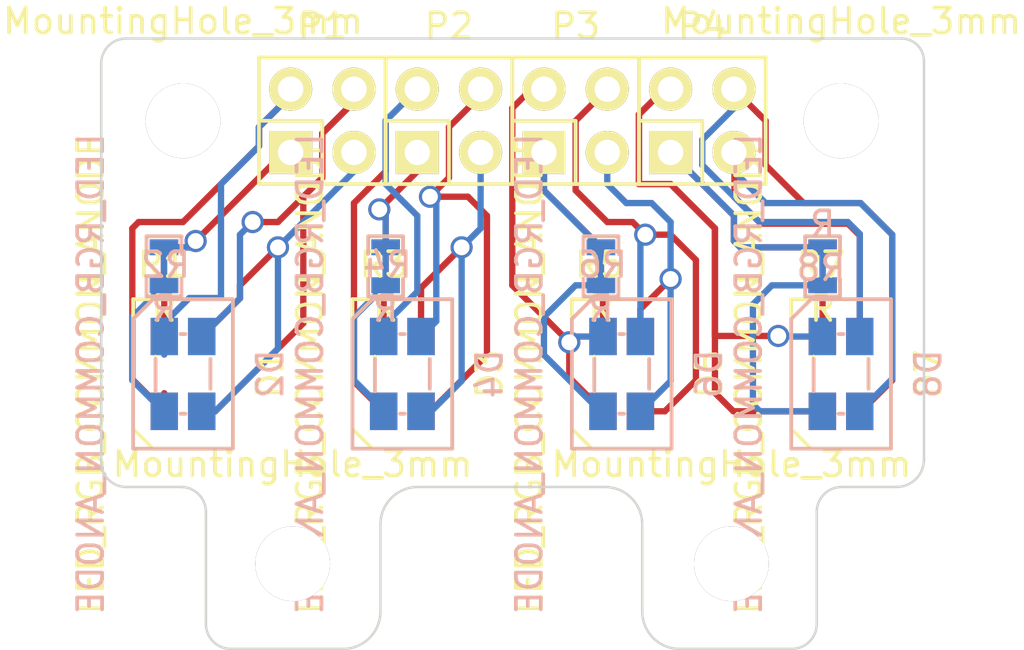
<source format=kicad_pcb>
(kicad_pcb (version 4) (host pcbnew "(2015-01-08 BZR 5360)-product")

  (general
    (links 48)
    (no_connects 0)
    (area 49.552143 58.0665 97.162966 87.05626)
    (thickness 1.6)
    (drawings 24)
    (tracks 231)
    (zones 0)
    (modules 24)
    (nets 17)
  )

  (page A4)
  (layers
    (0 F.Cu signal)
    (31 B.Cu signal)
    (32 B.Adhes user)
    (33 F.Adhes user)
    (34 B.Paste user)
    (35 F.Paste user)
    (36 B.SilkS user)
    (37 F.SilkS user)
    (38 B.Mask user)
    (39 F.Mask user)
    (40 Dwgs.User user)
    (41 Cmts.User user)
    (42 Eco1.User user)
    (43 Eco2.User user)
    (44 Edge.Cuts user)
    (45 Margin user)
    (46 B.CrtYd user)
    (47 F.CrtYd user)
    (48 B.Fab user)
    (49 F.Fab user)
  )

  (setup
    (last_trace_width 0.254)
    (trace_clearance 0.254)
    (zone_clearance 0.508)
    (zone_45_only no)
    (trace_min 0.254)
    (segment_width 0.2)
    (edge_width 0.1)
    (via_size 0.889)
    (via_drill 0.635)
    (via_min_size 0.889)
    (via_min_drill 0.508)
    (uvia_size 0.508)
    (uvia_drill 0.127)
    (uvias_allowed no)
    (uvia_min_size 0.508)
    (uvia_min_drill 0.127)
    (pcb_text_width 0.3)
    (pcb_text_size 1.5 1.5)
    (mod_edge_width 0.15)
    (mod_text_size 1 1)
    (mod_text_width 0.15)
    (pad_size 1.5 1.5)
    (pad_drill 0.6)
    (pad_to_mask_clearance 0)
    (aux_axis_origin 0 0)
    (grid_origin 59.944 59.944)
    (visible_elements FFFCFF7F)
    (pcbplotparams
      (layerselection 0x010f0_80000001)
      (usegerberextensions true)
      (excludeedgelayer false)
      (linewidth 0.100000)
      (plotframeref false)
      (viasonmask false)
      (mode 1)
      (useauxorigin false)
      (hpglpennumber 1)
      (hpglpenspeed 20)
      (hpglpendiameter 15)
      (hpglpenoverlay 2)
      (psnegative false)
      (psa4output false)
      (plotreference false)
      (plotvalue false)
      (plotinvisibletext false)
      (padsonsilk false)
      (subtractmaskfromsilk false)
      (outputformat 1)
      (mirror false)
      (drillshape 0)
      (scaleselection 1)
      (outputdirectory out/gerbers))
  )

  (net 0 "")
  (net 1 "Net-(D1-Pad1)")
  (net 2 "Net-(D1-Pad2)")
  (net 3 "Net-(D1-Pad3)")
  (net 4 "Net-(D1-Pad4)")
  (net 5 "Net-(D3-Pad1)")
  (net 6 "Net-(D3-Pad2)")
  (net 7 "Net-(D3-Pad3)")
  (net 8 "Net-(D3-Pad4)")
  (net 9 "Net-(D5-Pad1)")
  (net 10 "Net-(D5-Pad2)")
  (net 11 "Net-(D5-Pad3)")
  (net 12 "Net-(D5-Pad4)")
  (net 13 "Net-(D7-Pad1)")
  (net 14 "Net-(D7-Pad2)")
  (net 15 "Net-(D7-Pad3)")
  (net 16 "Net-(D7-Pad4)")

  (net_class Default "This is the default net class."
    (clearance 0.254)
    (trace_width 0.254)
    (via_dia 0.889)
    (via_drill 0.635)
    (uvia_dia 0.508)
    (uvia_drill 0.127)
    (add_net "Net-(D1-Pad1)")
    (add_net "Net-(D1-Pad2)")
    (add_net "Net-(D1-Pad3)")
    (add_net "Net-(D1-Pad4)")
    (add_net "Net-(D3-Pad1)")
    (add_net "Net-(D3-Pad2)")
    (add_net "Net-(D3-Pad3)")
    (add_net "Net-(D3-Pad4)")
    (add_net "Net-(D5-Pad1)")
    (add_net "Net-(D5-Pad2)")
    (add_net "Net-(D5-Pad3)")
    (add_net "Net-(D5-Pad4)")
    (add_net "Net-(D7-Pad1)")
    (add_net "Net-(D7-Pad2)")
    (add_net "Net-(D7-Pad3)")
    (add_net "Net-(D7-Pad4)")
  )

  (module Pin_Headers:Pin_Header_Straight_2x02 (layer F.Cu) (tedit 54CECF09) (tstamp 54D00A96)
    (at 68.812 63.246)
    (descr "Through hole pin header")
    (tags "pin header")
    (path /54CEBF0F)
    (fp_text reference P1 (at 0 -3.81) (layer F.SilkS)
      (effects (font (size 1 1) (thickness 0.15)))
    )
    (fp_text value CONN_2X2 (at 0 0) (layer F.SilkS) hide
      (effects (font (size 1 1) (thickness 0.15)))
    )
    (fp_line (start -2.54 0) (end -2.54 2.54) (layer F.SilkS) (width 0.15))
    (fp_line (start -2.54 2.54) (end 0 2.54) (layer F.SilkS) (width 0.15))
    (fp_line (start 0 2.54) (end 0 0) (layer F.SilkS) (width 0.15))
    (fp_line (start 0 0) (end -2.54 0) (layer F.SilkS) (width 0.15))
    (fp_line (start -2.54 0) (end -2.54 -2.54) (layer F.SilkS) (width 0.15))
    (fp_line (start -2.54 -2.54) (end 2.54 -2.54) (layer F.SilkS) (width 0.15))
    (fp_line (start 2.54 -2.54) (end 2.54 2.54) (layer F.SilkS) (width 0.15))
    (fp_line (start 2.54 2.54) (end 0 2.54) (layer F.SilkS) (width 0.15))
    (pad 1 thru_hole rect (at -1.27 1.27) (size 1.7272 1.7272) (drill 1.016) (layers *.Cu *.Mask F.SilkS)
      (net 4 "Net-(D1-Pad4)"))
    (pad 2 thru_hole oval (at -1.27 -1.27) (size 1.7272 1.7272) (drill 1.016) (layers *.Cu *.Mask F.SilkS)
      (net 1 "Net-(D1-Pad1)"))
    (pad 3 thru_hole oval (at 1.27 1.27) (size 1.7272 1.7272) (drill 1.016) (layers *.Cu *.Mask F.SilkS)
      (net 3 "Net-(D1-Pad3)"))
    (pad 4 thru_hole oval (at 1.27 -1.27) (size 1.7272 1.7272) (drill 1.016) (layers *.Cu *.Mask F.SilkS)
      (net 2 "Net-(D1-Pad2)"))
    (model Pin_Headers/Pin_Header_Straight_2x02.wrl
      (at (xyz 0 0 0))
      (scale (xyz 1 1 1))
      (rotate (xyz 0 0 0))
    )
  )

  (module Pin_Headers:Pin_Header_Straight_2x02 (layer F.Cu) (tedit 54CECF09) (tstamp 54D00AA6)
    (at 73.892 63.246)
    (descr "Through hole pin header")
    (tags "pin header")
    (path /54CECBF8)
    (fp_text reference P2 (at 0 -3.81) (layer F.SilkS)
      (effects (font (size 1 1) (thickness 0.15)))
    )
    (fp_text value CONN_2X2 (at 0 0) (layer F.SilkS) hide
      (effects (font (size 1 1) (thickness 0.15)))
    )
    (fp_line (start -2.54 0) (end -2.54 2.54) (layer F.SilkS) (width 0.15))
    (fp_line (start -2.54 2.54) (end 0 2.54) (layer F.SilkS) (width 0.15))
    (fp_line (start 0 2.54) (end 0 0) (layer F.SilkS) (width 0.15))
    (fp_line (start 0 0) (end -2.54 0) (layer F.SilkS) (width 0.15))
    (fp_line (start -2.54 0) (end -2.54 -2.54) (layer F.SilkS) (width 0.15))
    (fp_line (start -2.54 -2.54) (end 2.54 -2.54) (layer F.SilkS) (width 0.15))
    (fp_line (start 2.54 -2.54) (end 2.54 2.54) (layer F.SilkS) (width 0.15))
    (fp_line (start 2.54 2.54) (end 0 2.54) (layer F.SilkS) (width 0.15))
    (pad 1 thru_hole rect (at -1.27 1.27) (size 1.7272 1.7272) (drill 1.016) (layers *.Cu *.Mask F.SilkS)
      (net 8 "Net-(D3-Pad4)"))
    (pad 2 thru_hole oval (at -1.27 -1.27) (size 1.7272 1.7272) (drill 1.016) (layers *.Cu *.Mask F.SilkS)
      (net 5 "Net-(D3-Pad1)"))
    (pad 3 thru_hole oval (at 1.27 1.27) (size 1.7272 1.7272) (drill 1.016) (layers *.Cu *.Mask F.SilkS)
      (net 7 "Net-(D3-Pad3)"))
    (pad 4 thru_hole oval (at 1.27 -1.27) (size 1.7272 1.7272) (drill 1.016) (layers *.Cu *.Mask F.SilkS)
      (net 6 "Net-(D3-Pad2)"))
    (model Pin_Headers/Pin_Header_Straight_2x02.wrl
      (at (xyz 0 0 0))
      (scale (xyz 1 1 1))
      (rotate (xyz 0 0 0))
    )
  )

  (module Pin_Headers:Pin_Header_Straight_2x02 (layer F.Cu) (tedit 54CECF09) (tstamp 54D00AB6)
    (at 78.972 63.246)
    (descr "Through hole pin header")
    (tags "pin header")
    (path /54CECE53)
    (fp_text reference P3 (at 0 -3.81) (layer F.SilkS)
      (effects (font (size 1 1) (thickness 0.15)))
    )
    (fp_text value CONN_2X2 (at 0 0) (layer F.SilkS) hide
      (effects (font (size 1 1) (thickness 0.15)))
    )
    (fp_line (start -2.54 0) (end -2.54 2.54) (layer F.SilkS) (width 0.15))
    (fp_line (start -2.54 2.54) (end 0 2.54) (layer F.SilkS) (width 0.15))
    (fp_line (start 0 2.54) (end 0 0) (layer F.SilkS) (width 0.15))
    (fp_line (start 0 0) (end -2.54 0) (layer F.SilkS) (width 0.15))
    (fp_line (start -2.54 0) (end -2.54 -2.54) (layer F.SilkS) (width 0.15))
    (fp_line (start -2.54 -2.54) (end 2.54 -2.54) (layer F.SilkS) (width 0.15))
    (fp_line (start 2.54 -2.54) (end 2.54 2.54) (layer F.SilkS) (width 0.15))
    (fp_line (start 2.54 2.54) (end 0 2.54) (layer F.SilkS) (width 0.15))
    (pad 1 thru_hole rect (at -1.27 1.27) (size 1.7272 1.7272) (drill 1.016) (layers *.Cu *.Mask F.SilkS)
      (net 12 "Net-(D5-Pad4)"))
    (pad 2 thru_hole oval (at -1.27 -1.27) (size 1.7272 1.7272) (drill 1.016) (layers *.Cu *.Mask F.SilkS)
      (net 9 "Net-(D5-Pad1)"))
    (pad 3 thru_hole oval (at 1.27 1.27) (size 1.7272 1.7272) (drill 1.016) (layers *.Cu *.Mask F.SilkS)
      (net 11 "Net-(D5-Pad3)"))
    (pad 4 thru_hole oval (at 1.27 -1.27) (size 1.7272 1.7272) (drill 1.016) (layers *.Cu *.Mask F.SilkS)
      (net 10 "Net-(D5-Pad2)"))
    (model Pin_Headers/Pin_Header_Straight_2x02.wrl
      (at (xyz 0 0 0))
      (scale (xyz 1 1 1))
      (rotate (xyz 0 0 0))
    )
  )

  (module Pin_Headers:Pin_Header_Straight_2x02 (layer F.Cu) (tedit 54CECF09) (tstamp 54D00AC6)
    (at 84.052 63.246)
    (descr "Through hole pin header")
    (tags "pin header")
    (path /54CECE8C)
    (fp_text reference P4 (at 0 -3.81) (layer F.SilkS)
      (effects (font (size 1 1) (thickness 0.15)))
    )
    (fp_text value CONN_2X2 (at 0 0) (layer F.SilkS) hide
      (effects (font (size 1 1) (thickness 0.15)))
    )
    (fp_line (start -2.54 0) (end -2.54 2.54) (layer F.SilkS) (width 0.15))
    (fp_line (start -2.54 2.54) (end 0 2.54) (layer F.SilkS) (width 0.15))
    (fp_line (start 0 2.54) (end 0 0) (layer F.SilkS) (width 0.15))
    (fp_line (start 0 0) (end -2.54 0) (layer F.SilkS) (width 0.15))
    (fp_line (start -2.54 0) (end -2.54 -2.54) (layer F.SilkS) (width 0.15))
    (fp_line (start -2.54 -2.54) (end 2.54 -2.54) (layer F.SilkS) (width 0.15))
    (fp_line (start 2.54 -2.54) (end 2.54 2.54) (layer F.SilkS) (width 0.15))
    (fp_line (start 2.54 2.54) (end 0 2.54) (layer F.SilkS) (width 0.15))
    (pad 1 thru_hole rect (at -1.27 1.27) (size 1.7272 1.7272) (drill 1.016) (layers *.Cu *.Mask F.SilkS)
      (net 16 "Net-(D7-Pad4)"))
    (pad 2 thru_hole oval (at -1.27 -1.27) (size 1.7272 1.7272) (drill 1.016) (layers *.Cu *.Mask F.SilkS)
      (net 13 "Net-(D7-Pad1)"))
    (pad 3 thru_hole oval (at 1.27 1.27) (size 1.7272 1.7272) (drill 1.016) (layers *.Cu *.Mask F.SilkS)
      (net 15 "Net-(D7-Pad3)"))
    (pad 4 thru_hole oval (at 1.27 -1.27) (size 1.7272 1.7272) (drill 1.016) (layers *.Cu *.Mask F.SilkS)
      (net 14 "Net-(D7-Pad2)"))
    (model Pin_Headers/Pin_Header_Straight_2x02.wrl
      (at (xyz 0 0 0))
      (scale (xyz 1 1 1))
      (rotate (xyz 0 0 0))
    )
  )

  (module SMD_Packages:SMD-0603_r (layer F.Cu) (tedit 54CEC4EB) (tstamp 54D00AD2)
    (at 62.462 69.088 90)
    (path /54CEBC2A)
    (attr smd)
    (fp_text reference R1 (at 0.0635 -0.0635 180) (layer F.SilkS)
      (effects (font (size 1 1) (thickness 0.15)))
    )
    (fp_text value R (at -1.69926 0 180) (layer F.SilkS)
      (effects (font (size 1 1) (thickness 0.15)))
    )
    (fp_line (start -0.50038 -0.6985) (end -1.2065 -0.6985) (layer F.SilkS) (width 0.15))
    (fp_line (start -1.2065 -0.6985) (end -1.2065 0.6985) (layer F.SilkS) (width 0.15))
    (fp_line (start -1.2065 0.6985) (end -0.50038 0.6985) (layer F.SilkS) (width 0.15))
    (fp_line (start 1.2065 -0.6985) (end 0.50038 -0.6985) (layer F.SilkS) (width 0.15))
    (fp_line (start 1.2065 -0.6985) (end 1.2065 0.6985) (layer F.SilkS) (width 0.15))
    (fp_line (start 1.2065 0.6985) (end 0.50038 0.6985) (layer F.SilkS) (width 0.15))
    (pad 1 smd rect (at -0.762 0 90) (size 0.635 1.143) (layers F.Cu F.Paste F.Mask)
      (net 4 "Net-(D1-Pad4)"))
    (pad 2 smd rect (at 0.762 0 90) (size 0.635 1.143) (layers F.Cu F.Paste F.Mask)
      (net 4 "Net-(D1-Pad4)"))
    (model SMD_Packages/SMD-0603_r.wrl
      (at (xyz 0 0 0.001))
      (scale (xyz 0.5 0.5 0.5))
      (rotate (xyz 0 0 0))
    )
  )

  (module SMD_Packages:SMD-0603_r (layer B.Cu) (tedit 54CEC4EB) (tstamp 54D00ADE)
    (at 62.462 69.088 90)
    (path /54CEA587)
    (attr smd)
    (fp_text reference R2 (at 0.0635 0.0635 360) (layer B.SilkS)
      (effects (font (size 1 1) (thickness 0.15)) (justify mirror))
    )
    (fp_text value R (at -1.69926 0 360) (layer B.SilkS)
      (effects (font (size 1 1) (thickness 0.15)) (justify mirror))
    )
    (fp_line (start -0.50038 0.6985) (end -1.2065 0.6985) (layer B.SilkS) (width 0.15))
    (fp_line (start -1.2065 0.6985) (end -1.2065 -0.6985) (layer B.SilkS) (width 0.15))
    (fp_line (start -1.2065 -0.6985) (end -0.50038 -0.6985) (layer B.SilkS) (width 0.15))
    (fp_line (start 1.2065 0.6985) (end 0.50038 0.6985) (layer B.SilkS) (width 0.15))
    (fp_line (start 1.2065 0.6985) (end 1.2065 -0.6985) (layer B.SilkS) (width 0.15))
    (fp_line (start 1.2065 -0.6985) (end 0.50038 -0.6985) (layer B.SilkS) (width 0.15))
    (pad 1 smd rect (at -0.762 0 90) (size 0.635 1.143) (layers B.Cu B.Paste B.Mask)
      (net 4 "Net-(D1-Pad4)"))
    (pad 2 smd rect (at 0.762 0 90) (size 0.635 1.143) (layers B.Cu B.Paste B.Mask)
      (net 4 "Net-(D1-Pad4)"))
    (model SMD_Packages/SMD-0603_r.wrl
      (at (xyz 0 0 0.001))
      (scale (xyz 0.5 0.5 0.5))
      (rotate (xyz 0 0 0))
    )
  )

  (module SMD_Packages:SMD-0603_r (layer F.Cu) (tedit 54CEC4EB) (tstamp 54D00AEA)
    (at 71.352 69.088 90)
    (path /54CECBEC)
    (attr smd)
    (fp_text reference R3 (at 0.0635 -0.0635 180) (layer F.SilkS)
      (effects (font (size 1 1) (thickness 0.15)))
    )
    (fp_text value R (at -1.69926 0 180) (layer F.SilkS)
      (effects (font (size 1 1) (thickness 0.15)))
    )
    (fp_line (start -0.50038 -0.6985) (end -1.2065 -0.6985) (layer F.SilkS) (width 0.15))
    (fp_line (start -1.2065 -0.6985) (end -1.2065 0.6985) (layer F.SilkS) (width 0.15))
    (fp_line (start -1.2065 0.6985) (end -0.50038 0.6985) (layer F.SilkS) (width 0.15))
    (fp_line (start 1.2065 -0.6985) (end 0.50038 -0.6985) (layer F.SilkS) (width 0.15))
    (fp_line (start 1.2065 -0.6985) (end 1.2065 0.6985) (layer F.SilkS) (width 0.15))
    (fp_line (start 1.2065 0.6985) (end 0.50038 0.6985) (layer F.SilkS) (width 0.15))
    (pad 1 smd rect (at -0.762 0 90) (size 0.635 1.143) (layers F.Cu F.Paste F.Mask)
      (net 8 "Net-(D3-Pad4)"))
    (pad 2 smd rect (at 0.762 0 90) (size 0.635 1.143) (layers F.Cu F.Paste F.Mask)
      (net 8 "Net-(D3-Pad4)"))
    (model SMD_Packages/SMD-0603_r.wrl
      (at (xyz 0 0 0.001))
      (scale (xyz 0.5 0.5 0.5))
      (rotate (xyz 0 0 0))
    )
  )

  (module SMD_Packages:SMD-0603_r (layer B.Cu) (tedit 54CEC4EB) (tstamp 54D00AF6)
    (at 71.352 69.088 90)
    (path /54CECBE0)
    (attr smd)
    (fp_text reference R4 (at 0.0635 0.0635 360) (layer B.SilkS)
      (effects (font (size 1 1) (thickness 0.15)) (justify mirror))
    )
    (fp_text value R (at -1.69926 0 360) (layer B.SilkS)
      (effects (font (size 1 1) (thickness 0.15)) (justify mirror))
    )
    (fp_line (start -0.50038 0.6985) (end -1.2065 0.6985) (layer B.SilkS) (width 0.15))
    (fp_line (start -1.2065 0.6985) (end -1.2065 -0.6985) (layer B.SilkS) (width 0.15))
    (fp_line (start -1.2065 -0.6985) (end -0.50038 -0.6985) (layer B.SilkS) (width 0.15))
    (fp_line (start 1.2065 0.6985) (end 0.50038 0.6985) (layer B.SilkS) (width 0.15))
    (fp_line (start 1.2065 0.6985) (end 1.2065 -0.6985) (layer B.SilkS) (width 0.15))
    (fp_line (start 1.2065 -0.6985) (end 0.50038 -0.6985) (layer B.SilkS) (width 0.15))
    (pad 1 smd rect (at -0.762 0 90) (size 0.635 1.143) (layers B.Cu B.Paste B.Mask)
      (net 8 "Net-(D3-Pad4)"))
    (pad 2 smd rect (at 0.762 0 90) (size 0.635 1.143) (layers B.Cu B.Paste B.Mask)
      (net 8 "Net-(D3-Pad4)"))
    (model SMD_Packages/SMD-0603_r.wrl
      (at (xyz 0 0 0.001))
      (scale (xyz 0.5 0.5 0.5))
      (rotate (xyz 0 0 0))
    )
  )

  (module SMD_Packages:SMD-0603_r (layer F.Cu) (tedit 54CEC4EB) (tstamp 54D00B02)
    (at 79.988 69.088 90)
    (path /54CECE47)
    (attr smd)
    (fp_text reference R5 (at 0.0635 -0.0635 180) (layer F.SilkS)
      (effects (font (size 1 1) (thickness 0.15)))
    )
    (fp_text value R (at -1.69926 0 180) (layer F.SilkS)
      (effects (font (size 1 1) (thickness 0.15)))
    )
    (fp_line (start -0.50038 -0.6985) (end -1.2065 -0.6985) (layer F.SilkS) (width 0.15))
    (fp_line (start -1.2065 -0.6985) (end -1.2065 0.6985) (layer F.SilkS) (width 0.15))
    (fp_line (start -1.2065 0.6985) (end -0.50038 0.6985) (layer F.SilkS) (width 0.15))
    (fp_line (start 1.2065 -0.6985) (end 0.50038 -0.6985) (layer F.SilkS) (width 0.15))
    (fp_line (start 1.2065 -0.6985) (end 1.2065 0.6985) (layer F.SilkS) (width 0.15))
    (fp_line (start 1.2065 0.6985) (end 0.50038 0.6985) (layer F.SilkS) (width 0.15))
    (pad 1 smd rect (at -0.762 0 90) (size 0.635 1.143) (layers F.Cu F.Paste F.Mask)
      (net 12 "Net-(D5-Pad4)"))
    (pad 2 smd rect (at 0.762 0 90) (size 0.635 1.143) (layers F.Cu F.Paste F.Mask)
      (net 12 "Net-(D5-Pad4)"))
    (model SMD_Packages/SMD-0603_r.wrl
      (at (xyz 0 0 0.001))
      (scale (xyz 0.5 0.5 0.5))
      (rotate (xyz 0 0 0))
    )
  )

  (module SMD_Packages:SMD-0603_r (layer B.Cu) (tedit 54CEC4EB) (tstamp 54D00B0E)
    (at 79.988 69.088 90)
    (path /54CECE3B)
    (attr smd)
    (fp_text reference R6 (at 0.0635 0.0635 360) (layer B.SilkS)
      (effects (font (size 1 1) (thickness 0.15)) (justify mirror))
    )
    (fp_text value R (at -1.69926 0 360) (layer B.SilkS)
      (effects (font (size 1 1) (thickness 0.15)) (justify mirror))
    )
    (fp_line (start -0.50038 0.6985) (end -1.2065 0.6985) (layer B.SilkS) (width 0.15))
    (fp_line (start -1.2065 0.6985) (end -1.2065 -0.6985) (layer B.SilkS) (width 0.15))
    (fp_line (start -1.2065 -0.6985) (end -0.50038 -0.6985) (layer B.SilkS) (width 0.15))
    (fp_line (start 1.2065 0.6985) (end 0.50038 0.6985) (layer B.SilkS) (width 0.15))
    (fp_line (start 1.2065 0.6985) (end 1.2065 -0.6985) (layer B.SilkS) (width 0.15))
    (fp_line (start 1.2065 -0.6985) (end 0.50038 -0.6985) (layer B.SilkS) (width 0.15))
    (pad 1 smd rect (at -0.762 0 90) (size 0.635 1.143) (layers B.Cu B.Paste B.Mask)
      (net 12 "Net-(D5-Pad4)"))
    (pad 2 smd rect (at 0.762 0 90) (size 0.635 1.143) (layers B.Cu B.Paste B.Mask)
      (net 12 "Net-(D5-Pad4)"))
    (model SMD_Packages/SMD-0603_r.wrl
      (at (xyz 0 0 0.001))
      (scale (xyz 0.5 0.5 0.5))
      (rotate (xyz 0 0 0))
    )
  )

  (module SMD_Packages:SMD-0603_r (layer F.Cu) (tedit 54CEC4EB) (tstamp 54D00B1A)
    (at 88.878 69.088 90)
    (path /54CECE80)
    (attr smd)
    (fp_text reference R7 (at 0.0635 -0.0635 180) (layer F.SilkS)
      (effects (font (size 1 1) (thickness 0.15)))
    )
    (fp_text value R (at -1.69926 0 180) (layer F.SilkS)
      (effects (font (size 1 1) (thickness 0.15)))
    )
    (fp_line (start -0.50038 -0.6985) (end -1.2065 -0.6985) (layer F.SilkS) (width 0.15))
    (fp_line (start -1.2065 -0.6985) (end -1.2065 0.6985) (layer F.SilkS) (width 0.15))
    (fp_line (start -1.2065 0.6985) (end -0.50038 0.6985) (layer F.SilkS) (width 0.15))
    (fp_line (start 1.2065 -0.6985) (end 0.50038 -0.6985) (layer F.SilkS) (width 0.15))
    (fp_line (start 1.2065 -0.6985) (end 1.2065 0.6985) (layer F.SilkS) (width 0.15))
    (fp_line (start 1.2065 0.6985) (end 0.50038 0.6985) (layer F.SilkS) (width 0.15))
    (pad 1 smd rect (at -0.762 0 90) (size 0.635 1.143) (layers F.Cu F.Paste F.Mask)
      (net 16 "Net-(D7-Pad4)"))
    (pad 2 smd rect (at 0.762 0 90) (size 0.635 1.143) (layers F.Cu F.Paste F.Mask)
      (net 16 "Net-(D7-Pad4)"))
    (model SMD_Packages/SMD-0603_r.wrl
      (at (xyz 0 0 0.001))
      (scale (xyz 0.5 0.5 0.5))
      (rotate (xyz 0 0 0))
    )
  )

  (module SMD_Packages:SMD-0603_r (layer B.Cu) (tedit 54CEC4EB) (tstamp 54D00B26)
    (at 88.878 69.088 270)
    (path /54CECE74)
    (attr smd)
    (fp_text reference R8 (at 0.0635 0.0635 540) (layer B.SilkS)
      (effects (font (size 1 1) (thickness 0.15)) (justify mirror))
    )
    (fp_text value R (at -1.69926 0 540) (layer B.SilkS)
      (effects (font (size 1 1) (thickness 0.15)) (justify mirror))
    )
    (fp_line (start -0.50038 0.6985) (end -1.2065 0.6985) (layer B.SilkS) (width 0.15))
    (fp_line (start -1.2065 0.6985) (end -1.2065 -0.6985) (layer B.SilkS) (width 0.15))
    (fp_line (start -1.2065 -0.6985) (end -0.50038 -0.6985) (layer B.SilkS) (width 0.15))
    (fp_line (start 1.2065 0.6985) (end 0.50038 0.6985) (layer B.SilkS) (width 0.15))
    (fp_line (start 1.2065 0.6985) (end 1.2065 -0.6985) (layer B.SilkS) (width 0.15))
    (fp_line (start 1.2065 -0.6985) (end 0.50038 -0.6985) (layer B.SilkS) (width 0.15))
    (pad 1 smd rect (at -0.762 0 270) (size 0.635 1.143) (layers B.Cu B.Paste B.Mask)
      (net 16 "Net-(D7-Pad4)"))
    (pad 2 smd rect (at 0.762 0 270) (size 0.635 1.143) (layers B.Cu B.Paste B.Mask)
      (net 16 "Net-(D7-Pad4)"))
    (model SMD_Packages/SMD-0603_r.wrl
      (at (xyz 0 0 0.001))
      (scale (xyz 0.5 0.5 0.5))
      (rotate (xyz 0 0 0))
    )
  )

  (module SMD:PLCC-4 (layer B.Cu) (tedit 54CECBB9) (tstamp 54D00A86)
    (at 89.61968 73.406 270)
    (path /54CECE7A)
    (fp_text reference D8 (at 0 -3.5 270) (layer B.SilkS)
      (effects (font (size 1 1) (thickness 0.15)) (justify mirror))
    )
    (fp_text value LED_RGB_COMMON_ANODE (at 0 3.7 270) (layer B.SilkS)
      (effects (font (size 1 1) (thickness 0.15)) (justify mirror))
    )
    (fp_line (start 3 -2) (end -3 -2) (layer B.SilkS) (width 0.15))
    (fp_line (start -3 -2) (end -3 1.2) (layer B.SilkS) (width 0.15))
    (fp_line (start -3 1.2) (end -2.2 2) (layer B.SilkS) (width 0.15))
    (fp_line (start -2.2 2) (end 3 2) (layer B.SilkS) (width 0.15))
    (fp_line (start 3 -2) (end 3 2) (layer B.SilkS) (width 0.15))
    (fp_line (start 0.7 1.1) (end -0.6 1.1) (layer B.SilkS) (width 0.15))
    (fp_line (start 1.6 -0.1) (end 1.6 0.1) (layer B.SilkS) (width 0.15))
    (fp_line (start -0.6 -1.1) (end 0.6 -1.1) (layer B.SilkS) (width 0.15))
    (fp_line (start -1.6 -0.1) (end -1.6 0.1) (layer B.SilkS) (width 0.15))
    (pad 1 smd rect (at -1.5 0.75) (size 1.1 1.5) (layers B.Cu B.Paste B.Mask)
      (net 13 "Net-(D7-Pad1)"))
    (pad 2 smd rect (at -1.5 -0.75) (size 1.1 1.5) (layers B.Cu B.Paste B.Mask)
      (net 14 "Net-(D7-Pad2)"))
    (pad 3 smd rect (at 1.5 -0.75) (size 1.1 1.5) (layers B.Cu B.Paste B.Mask)
      (net 15 "Net-(D7-Pad3)"))
    (pad 4 smd rect (at 1.5 0.75) (size 1.1 1.5) (layers B.Cu B.Paste B.Mask)
      (net 16 "Net-(D7-Pad4)"))
  )

  (module SMD:PLCC-4 (layer F.Cu) (tedit 54CECBB9) (tstamp 54D00A71)
    (at 89.61968 73.406 90)
    (path /54CECE86)
    (fp_text reference D7 (at 0 3.5 90) (layer F.SilkS)
      (effects (font (size 1 1) (thickness 0.15)))
    )
    (fp_text value LED_RGB_COMMON_ANODE (at 0 -3.7 90) (layer F.SilkS)
      (effects (font (size 1 1) (thickness 0.15)))
    )
    (fp_line (start 3 2) (end -3 2) (layer F.SilkS) (width 0.15))
    (fp_line (start -3 2) (end -3 -1.2) (layer F.SilkS) (width 0.15))
    (fp_line (start -3 -1.2) (end -2.2 -2) (layer F.SilkS) (width 0.15))
    (fp_line (start -2.2 -2) (end 3 -2) (layer F.SilkS) (width 0.15))
    (fp_line (start 3 2) (end 3 -2) (layer F.SilkS) (width 0.15))
    (fp_line (start 0.7 -1.1) (end -0.6 -1.1) (layer F.SilkS) (width 0.15))
    (fp_line (start 1.6 0.1) (end 1.6 -0.1) (layer F.SilkS) (width 0.15))
    (fp_line (start -0.6 1.1) (end 0.6 1.1) (layer F.SilkS) (width 0.15))
    (fp_line (start -1.6 0.1) (end -1.6 -0.1) (layer F.SilkS) (width 0.15))
    (pad 1 smd rect (at -1.5 -0.75) (size 1.1 1.5) (layers F.Cu F.Paste F.Mask)
      (net 13 "Net-(D7-Pad1)"))
    (pad 2 smd rect (at -1.5 0.75) (size 1.1 1.5) (layers F.Cu F.Paste F.Mask)
      (net 14 "Net-(D7-Pad2)"))
    (pad 3 smd rect (at 1.5 0.75) (size 1.1 1.5) (layers F.Cu F.Paste F.Mask)
      (net 15 "Net-(D7-Pad3)"))
    (pad 4 smd rect (at 1.5 -0.75) (size 1.1 1.5) (layers F.Cu F.Paste F.Mask)
      (net 16 "Net-(D7-Pad4)"))
  )

  (module SMD:PLCC-4 (layer B.Cu) (tedit 54CECBB9) (tstamp 54D00A5C)
    (at 80.82112 73.406 270)
    (path /54CECE41)
    (fp_text reference D6 (at 0 -3.5 270) (layer B.SilkS)
      (effects (font (size 1 1) (thickness 0.15)) (justify mirror))
    )
    (fp_text value LED_RGB_COMMON_ANODE (at 0 3.7 270) (layer B.SilkS)
      (effects (font (size 1 1) (thickness 0.15)) (justify mirror))
    )
    (fp_line (start 3 -2) (end -3 -2) (layer B.SilkS) (width 0.15))
    (fp_line (start -3 -2) (end -3 1.2) (layer B.SilkS) (width 0.15))
    (fp_line (start -3 1.2) (end -2.2 2) (layer B.SilkS) (width 0.15))
    (fp_line (start -2.2 2) (end 3 2) (layer B.SilkS) (width 0.15))
    (fp_line (start 3 -2) (end 3 2) (layer B.SilkS) (width 0.15))
    (fp_line (start 0.7 1.1) (end -0.6 1.1) (layer B.SilkS) (width 0.15))
    (fp_line (start 1.6 -0.1) (end 1.6 0.1) (layer B.SilkS) (width 0.15))
    (fp_line (start -0.6 -1.1) (end 0.6 -1.1) (layer B.SilkS) (width 0.15))
    (fp_line (start -1.6 -0.1) (end -1.6 0.1) (layer B.SilkS) (width 0.15))
    (pad 1 smd rect (at -1.5 0.75) (size 1.1 1.5) (layers B.Cu B.Paste B.Mask)
      (net 9 "Net-(D5-Pad1)"))
    (pad 2 smd rect (at -1.5 -0.75) (size 1.1 1.5) (layers B.Cu B.Paste B.Mask)
      (net 10 "Net-(D5-Pad2)"))
    (pad 3 smd rect (at 1.5 -0.75) (size 1.1 1.5) (layers B.Cu B.Paste B.Mask)
      (net 11 "Net-(D5-Pad3)"))
    (pad 4 smd rect (at 1.5 0.75) (size 1.1 1.5) (layers B.Cu B.Paste B.Mask)
      (net 12 "Net-(D5-Pad4)"))
  )

  (module SMD:PLCC-4 (layer F.Cu) (tedit 54CECBB9) (tstamp 54D00A47)
    (at 80.82112 73.406 90)
    (path /54CECE4D)
    (fp_text reference D5 (at 0 3.5 90) (layer F.SilkS)
      (effects (font (size 1 1) (thickness 0.15)))
    )
    (fp_text value LED_RGB_COMMON_ANODE (at 0 -3.7 90) (layer F.SilkS)
      (effects (font (size 1 1) (thickness 0.15)))
    )
    (fp_line (start 3 2) (end -3 2) (layer F.SilkS) (width 0.15))
    (fp_line (start -3 2) (end -3 -1.2) (layer F.SilkS) (width 0.15))
    (fp_line (start -3 -1.2) (end -2.2 -2) (layer F.SilkS) (width 0.15))
    (fp_line (start -2.2 -2) (end 3 -2) (layer F.SilkS) (width 0.15))
    (fp_line (start 3 2) (end 3 -2) (layer F.SilkS) (width 0.15))
    (fp_line (start 0.7 -1.1) (end -0.6 -1.1) (layer F.SilkS) (width 0.15))
    (fp_line (start 1.6 0.1) (end 1.6 -0.1) (layer F.SilkS) (width 0.15))
    (fp_line (start -0.6 1.1) (end 0.6 1.1) (layer F.SilkS) (width 0.15))
    (fp_line (start -1.6 0.1) (end -1.6 -0.1) (layer F.SilkS) (width 0.15))
    (pad 1 smd rect (at -1.5 -0.75) (size 1.1 1.5) (layers F.Cu F.Paste F.Mask)
      (net 9 "Net-(D5-Pad1)"))
    (pad 2 smd rect (at -1.5 0.75) (size 1.1 1.5) (layers F.Cu F.Paste F.Mask)
      (net 10 "Net-(D5-Pad2)"))
    (pad 3 smd rect (at 1.5 0.75) (size 1.1 1.5) (layers F.Cu F.Paste F.Mask)
      (net 11 "Net-(D5-Pad3)"))
    (pad 4 smd rect (at 1.5 -0.75) (size 1.1 1.5) (layers F.Cu F.Paste F.Mask)
      (net 12 "Net-(D5-Pad4)"))
  )

  (module SMD:PLCC-4 (layer B.Cu) (tedit 54CECBB9) (tstamp 54D00D05)
    (at 72.02256 73.406 270)
    (path /54CECBE6)
    (fp_text reference D4 (at 0 -3.5 270) (layer B.SilkS)
      (effects (font (size 1 1) (thickness 0.15)) (justify mirror))
    )
    (fp_text value LED_RGB_COMMON_ANODE (at 0 3.7 270) (layer B.SilkS)
      (effects (font (size 1 1) (thickness 0.15)) (justify mirror))
    )
    (fp_line (start 3 -2) (end -3 -2) (layer B.SilkS) (width 0.15))
    (fp_line (start -3 -2) (end -3 1.2) (layer B.SilkS) (width 0.15))
    (fp_line (start -3 1.2) (end -2.2 2) (layer B.SilkS) (width 0.15))
    (fp_line (start -2.2 2) (end 3 2) (layer B.SilkS) (width 0.15))
    (fp_line (start 3 -2) (end 3 2) (layer B.SilkS) (width 0.15))
    (fp_line (start 0.7 1.1) (end -0.6 1.1) (layer B.SilkS) (width 0.15))
    (fp_line (start 1.6 -0.1) (end 1.6 0.1) (layer B.SilkS) (width 0.15))
    (fp_line (start -0.6 -1.1) (end 0.6 -1.1) (layer B.SilkS) (width 0.15))
    (fp_line (start -1.6 -0.1) (end -1.6 0.1) (layer B.SilkS) (width 0.15))
    (pad 1 smd rect (at -1.5 0.75) (size 1.1 1.5) (layers B.Cu B.Paste B.Mask)
      (net 5 "Net-(D3-Pad1)"))
    (pad 2 smd rect (at -1.5 -0.75) (size 1.1 1.5) (layers B.Cu B.Paste B.Mask)
      (net 6 "Net-(D3-Pad2)"))
    (pad 3 smd rect (at 1.5 -0.75) (size 1.1 1.5) (layers B.Cu B.Paste B.Mask)
      (net 7 "Net-(D3-Pad3)"))
    (pad 4 smd rect (at 1.5 0.75) (size 1.1 1.5) (layers B.Cu B.Paste B.Mask)
      (net 8 "Net-(D3-Pad4)"))
  )

  (module SMD:PLCC-4 (layer F.Cu) (tedit 54CECBB9) (tstamp 54D00A1D)
    (at 72.02256 73.406 90)
    (path /54CECBF2)
    (fp_text reference D3 (at 0 3.5 90) (layer F.SilkS)
      (effects (font (size 1 1) (thickness 0.15)))
    )
    (fp_text value LED_RGB_COMMON_ANODE (at 0 -3.7 90) (layer F.SilkS)
      (effects (font (size 1 1) (thickness 0.15)))
    )
    (fp_line (start 3 2) (end -3 2) (layer F.SilkS) (width 0.15))
    (fp_line (start -3 2) (end -3 -1.2) (layer F.SilkS) (width 0.15))
    (fp_line (start -3 -1.2) (end -2.2 -2) (layer F.SilkS) (width 0.15))
    (fp_line (start -2.2 -2) (end 3 -2) (layer F.SilkS) (width 0.15))
    (fp_line (start 3 2) (end 3 -2) (layer F.SilkS) (width 0.15))
    (fp_line (start 0.7 -1.1) (end -0.6 -1.1) (layer F.SilkS) (width 0.15))
    (fp_line (start 1.6 0.1) (end 1.6 -0.1) (layer F.SilkS) (width 0.15))
    (fp_line (start -0.6 1.1) (end 0.6 1.1) (layer F.SilkS) (width 0.15))
    (fp_line (start -1.6 0.1) (end -1.6 -0.1) (layer F.SilkS) (width 0.15))
    (pad 1 smd rect (at -1.5 -0.75) (size 1.1 1.5) (layers F.Cu F.Paste F.Mask)
      (net 5 "Net-(D3-Pad1)"))
    (pad 2 smd rect (at -1.5 0.75) (size 1.1 1.5) (layers F.Cu F.Paste F.Mask)
      (net 6 "Net-(D3-Pad2)"))
    (pad 3 smd rect (at 1.5 0.75) (size 1.1 1.5) (layers F.Cu F.Paste F.Mask)
      (net 7 "Net-(D3-Pad3)"))
    (pad 4 smd rect (at 1.5 -0.75) (size 1.1 1.5) (layers F.Cu F.Paste F.Mask)
      (net 8 "Net-(D3-Pad4)"))
  )

  (module SMD:PLCC-4 (layer B.Cu) (tedit 54CECBB9) (tstamp 54D00A08)
    (at 63.224 73.406 270)
    (path /54CEB81A)
    (fp_text reference D2 (at 0 -3.5 270) (layer B.SilkS)
      (effects (font (size 1 1) (thickness 0.15)) (justify mirror))
    )
    (fp_text value LED_RGB_COMMON_ANODE (at 0 3.7 270) (layer B.SilkS)
      (effects (font (size 1 1) (thickness 0.15)) (justify mirror))
    )
    (fp_line (start 3 -2) (end -3 -2) (layer B.SilkS) (width 0.15))
    (fp_line (start -3 -2) (end -3 1.2) (layer B.SilkS) (width 0.15))
    (fp_line (start -3 1.2) (end -2.2 2) (layer B.SilkS) (width 0.15))
    (fp_line (start -2.2 2) (end 3 2) (layer B.SilkS) (width 0.15))
    (fp_line (start 3 -2) (end 3 2) (layer B.SilkS) (width 0.15))
    (fp_line (start 0.7 1.1) (end -0.6 1.1) (layer B.SilkS) (width 0.15))
    (fp_line (start 1.6 -0.1) (end 1.6 0.1) (layer B.SilkS) (width 0.15))
    (fp_line (start -0.6 -1.1) (end 0.6 -1.1) (layer B.SilkS) (width 0.15))
    (fp_line (start -1.6 -0.1) (end -1.6 0.1) (layer B.SilkS) (width 0.15))
    (pad 1 smd rect (at -1.5 0.75) (size 1.1 1.5) (layers B.Cu B.Paste B.Mask)
      (net 1 "Net-(D1-Pad1)"))
    (pad 2 smd rect (at -1.5 -0.75) (size 1.1 1.5) (layers B.Cu B.Paste B.Mask)
      (net 2 "Net-(D1-Pad2)"))
    (pad 3 smd rect (at 1.5 -0.75) (size 1.1 1.5) (layers B.Cu B.Paste B.Mask)
      (net 3 "Net-(D1-Pad3)"))
    (pad 4 smd rect (at 1.5 0.75) (size 1.1 1.5) (layers B.Cu B.Paste B.Mask)
      (net 4 "Net-(D1-Pad4)"))
  )

  (module SMD:PLCC-4 (layer F.Cu) (tedit 54CECBB9) (tstamp 54D009F3)
    (at 63.224 73.406 90)
    (path /54CEBC30)
    (fp_text reference D1 (at 0 3.5 90) (layer F.SilkS)
      (effects (font (size 1 1) (thickness 0.15)))
    )
    (fp_text value LED_RGB_COMMON_ANODE (at 0 -3.7 90) (layer F.SilkS)
      (effects (font (size 1 1) (thickness 0.15)))
    )
    (fp_line (start 3 2) (end -3 2) (layer F.SilkS) (width 0.15))
    (fp_line (start -3 2) (end -3 -1.2) (layer F.SilkS) (width 0.15))
    (fp_line (start -3 -1.2) (end -2.2 -2) (layer F.SilkS) (width 0.15))
    (fp_line (start -2.2 -2) (end 3 -2) (layer F.SilkS) (width 0.15))
    (fp_line (start 3 2) (end 3 -2) (layer F.SilkS) (width 0.15))
    (fp_line (start 0.7 -1.1) (end -0.6 -1.1) (layer F.SilkS) (width 0.15))
    (fp_line (start 1.6 0.1) (end 1.6 -0.1) (layer F.SilkS) (width 0.15))
    (fp_line (start -0.6 1.1) (end 0.6 1.1) (layer F.SilkS) (width 0.15))
    (fp_line (start -1.6 0.1) (end -1.6 -0.1) (layer F.SilkS) (width 0.15))
    (pad 1 smd rect (at -1.5 -0.75) (size 1.1 1.5) (layers F.Cu F.Paste F.Mask)
      (net 1 "Net-(D1-Pad1)"))
    (pad 2 smd rect (at -1.5 0.75) (size 1.1 1.5) (layers F.Cu F.Paste F.Mask)
      (net 2 "Net-(D1-Pad2)"))
    (pad 3 smd rect (at 1.5 0.75) (size 1.1 1.5) (layers F.Cu F.Paste F.Mask)
      (net 3 "Net-(D1-Pad3)"))
    (pad 4 smd rect (at 1.5 -0.75) (size 1.1 1.5) (layers F.Cu F.Paste F.Mask)
      (net 4 "Net-(D1-Pad4)"))
  )

  (module Mounting_Holes:MountingHole_3mm (layer F.Cu) (tedit 54CEE77F) (tstamp 54CEE8B5)
    (at 89.61968 63.246)
    (descr "Mounting hole, Befestigungsbohrung, 3mm, No Annular, Kein Restring,")
    (tags "Mounting hole, Befestigungsbohrung, 3mm, No Annular, Kein Restring,")
    (fp_text reference MountingHole_3mm (at 0 -4.0005) (layer F.SilkS)
      (effects (font (size 1 1) (thickness 0.15)))
    )
    (fp_text value VAL** (at 1.00076 5.00126) (layer F.SilkS) hide
      (effects (font (size 1 1) (thickness 0.15)))
    )
    (fp_circle (center 0 0) (end 2.99974 0) (layer Cmts.User) (width 0.381))
    (pad 1 thru_hole circle (at 0 0) (size 2.99974 2.99974) (drill 2.99974) (layers))
  )

  (module Mounting_Holes:MountingHole_3mm (layer F.Cu) (tedit 54CEE77F) (tstamp 54CEE8C1)
    (at 63.224 63.246)
    (descr "Mounting hole, Befestigungsbohrung, 3mm, No Annular, Kein Restring,")
    (tags "Mounting hole, Befestigungsbohrung, 3mm, No Annular, Kein Restring,")
    (fp_text reference MountingHole_3mm (at 0 -4.0005) (layer F.SilkS)
      (effects (font (size 1 1) (thickness 0.15)))
    )
    (fp_text value VAL** (at 1.00076 5.00126) (layer F.SilkS) hide
      (effects (font (size 1 1) (thickness 0.15)))
    )
    (fp_circle (center 0 0) (end 2.99974 0) (layer Cmts.User) (width 0.381))
    (pad 1 thru_hole circle (at 0 0) (size 2.99974 2.99974) (drill 2.99974) (layers))
  )

  (module Mounting_Holes:MountingHole_3mm (layer F.Cu) (tedit 54CEE77F) (tstamp 54CEE8E8)
    (at 85.2204 81.026)
    (descr "Mounting hole, Befestigungsbohrung, 3mm, No Annular, Kein Restring,")
    (tags "Mounting hole, Befestigungsbohrung, 3mm, No Annular, Kein Restring,")
    (fp_text reference MountingHole_3mm (at 0 -4.0005) (layer F.SilkS)
      (effects (font (size 1 1) (thickness 0.15)))
    )
    (fp_text value VAL** (at 1.00076 5.00126) (layer F.SilkS) hide
      (effects (font (size 1 1) (thickness 0.15)))
    )
    (fp_circle (center 0 0) (end 2.99974 0) (layer Cmts.User) (width 0.381))
    (pad 1 thru_hole circle (at 0 0) (size 2.99974 2.99974) (drill 2.99974) (layers))
  )

  (module Mounting_Holes:MountingHole_3mm (layer F.Cu) (tedit 54CEE77F) (tstamp 54CEE8F3)
    (at 67.62328 81.026)
    (descr "Mounting hole, Befestigungsbohrung, 3mm, No Annular, Kein Restring,")
    (tags "Mounting hole, Befestigungsbohrung, 3mm, No Annular, Kein Restring,")
    (fp_text reference MountingHole_3mm (at 0 -4.0005) (layer F.SilkS)
      (effects (font (size 1 1) (thickness 0.15)))
    )
    (fp_text value VAL** (at 1.00076 5.00126) (layer F.SilkS) hide
      (effects (font (size 1 1) (thickness 0.15)))
    )
    (fp_circle (center 0 0) (end 2.99974 0) (layer Cmts.User) (width 0.381))
    (pad 1 thru_hole circle (at 0 0) (size 2.99974 2.99974) (drill 2.99974) (layers))
  )

  (gr_line (start 91.844 77.944) (end 89.644 77.944) (angle 90) (layer Edge.Cuts) (width 0.1))
  (gr_line (start 92.944 60.844) (end 92.944 76.844) (angle 90) (layer Edge.Cuts) (width 0.1))
  (gr_line (start 92.044 59.944) (end 60.944 59.944) (angle 90) (layer Edge.Cuts) (width 0.1))
  (gr_line (start 60.944 77.944) (end 63.244 77.944) (angle 90) (layer Edge.Cuts) (width 0.1))
  (gr_line (start 59.944 60.844) (end 59.944 76.944) (angle 90) (layer Edge.Cuts) (width 0.1))
  (gr_arc (start 91.844 76.844) (end 92.944 76.844) (angle 90) (layer Edge.Cuts) (width 0.1))
  (gr_arc (start 92.044 60.844) (end 92.044 59.944) (angle 90) (layer Edge.Cuts) (width 0.1))
  (gr_arc (start 60.944 76.944) (end 60.944 77.944) (angle 90) (layer Edge.Cuts) (width 0.1))
  (gr_arc (start 60.944 60.944) (end 59.944 60.944) (angle 90) (layer Edge.Cuts) (width 0.1))
  (gr_line (start 69.644 84.444) (end 65.144 84.444) (angle 90) (layer Edge.Cuts) (width 0.1))
  (gr_line (start 71.144 79.444) (end 71.144 82.944) (angle 90) (layer Edge.Cuts) (width 0.1))
  (gr_line (start 80.144 77.944) (end 72.644 77.944) (angle 90) (layer Edge.Cuts) (width 0.1))
  (gr_line (start 81.644 82.944) (end 81.644 79.444) (angle 90) (layer Edge.Cuts) (width 0.1))
  (gr_line (start 87.644 84.444) (end 83.144 84.444) (angle 90) (layer Edge.Cuts) (width 0.1))
  (gr_line (start 88.644 78.944) (end 88.644 83.444) (angle 90) (layer Edge.Cuts) (width 0.1))
  (gr_arc (start 83.144 82.944) (end 83.144 84.444) (angle 90) (layer Edge.Cuts) (width 0.1))
  (gr_arc (start 80.144 79.444) (end 80.144 77.944) (angle 90) (layer Edge.Cuts) (width 0.1))
  (gr_arc (start 72.644 79.444) (end 71.144 79.444) (angle 90) (layer Edge.Cuts) (width 0.1))
  (gr_arc (start 69.644 82.944) (end 71.144 82.944) (angle 90) (layer Edge.Cuts) (width 0.1))
  (gr_line (start 64.144 78.944) (end 64.144 83.444) (angle 90) (layer Edge.Cuts) (width 0.1))
  (gr_arc (start 89.644 78.944) (end 88.644 78.944) (angle 90) (layer Edge.Cuts) (width 0.1))
  (gr_arc (start 87.644 83.444) (end 88.644 83.444) (angle 90) (layer Edge.Cuts) (width 0.1))
  (gr_arc (start 65.144 83.444) (end 65.144 84.444) (angle 90) (layer Edge.Cuts) (width 0.1))
  (gr_arc (start 63.144 78.944) (end 63.144 77.944) (angle 90) (layer Edge.Cuts) (width 0.1))

  (segment (start 62.474 72.632) (end 62.474 71.906) (width 0.254) (layer B.Cu) (net 1) (tstamp 54D011DE))
  (segment (start 62.474 74.906) (end 62.474 74.18) (width 0.254) (layer F.Cu) (net 1))
  (segment (start 62.474 71.906) (end 62.474 71.405576) (width 0.254) (layer B.Cu) (net 1))
  (segment (start 61.192 73.624) (end 62.474 74.906) (width 0.254) (layer F.Cu) (net 1) (tstamp 54D0126A))
  (segment (start 61.192 67.564) (end 61.192 73.624) (width 0.254) (layer F.Cu) (net 1) (tstamp 54D01269))
  (segment (start 61.446 67.31) (end 61.192 67.564) (width 0.254) (layer F.Cu) (net 1) (tstamp 54D01268))
  (segment (start 63.224 67.31) (end 61.446 67.31) (width 0.254) (layer F.Cu) (net 1) (tstamp 54D01266))
  (segment (start 66.272 64.262) (end 63.224 67.31) (width 0.254) (layer F.Cu) (net 1) (tstamp 54D01265))
  (segment (start 66.272 63.5) (end 66.272 64.262) (width 0.254) (layer F.Cu) (net 1) (tstamp 54D01263))
  (segment (start 67.542 62.23) (end 66.272 63.5) (width 0.254) (layer F.Cu) (net 1) (tstamp 54D01262))
  (segment (start 67.542 61.976) (end 67.542 62.23) (width 0.254) (layer F.Cu) (net 1))
  (segment (start 67.542 62.23) (end 67.542 61.976) (width 0.254) (layer F.Cu) (net 1) (tstamp 54D01292))
  (segment (start 66.272 63.5) (end 67.542 62.23) (width 0.254) (layer F.Cu) (net 1) (tstamp 54D01291))
  (segment (start 66.272 64.262) (end 66.272 63.5) (width 0.254) (layer F.Cu) (net 1) (tstamp 54D01290))
  (segment (start 67.542 62.23) (end 67.542 61.976) (width 0.254) (layer B.Cu) (net 1) (tstamp 54D0130E))
  (segment (start 67.542 62.23) (end 67.542 61.976) (width 0.254) (layer B.Cu) (net 1) (tstamp 54D015E2))
  (segment (start 63.478 70.358) (end 64.748 70.358) (width 0.254) (layer B.Cu) (net 1) (tstamp 54D015DC))
  (segment (start 64.748 70.358) (end 64.748 66.04) (width 0.254) (layer B.Cu) (net 1) (tstamp 54D015DD))
  (segment (start 64.748 66.04) (end 64.748 65.786) (width 0.254) (layer B.Cu) (net 1) (tstamp 54D015DE))
  (segment (start 64.748 65.786) (end 66.272 64.262) (width 0.254) (layer B.Cu) (net 1) (tstamp 54D015DF))
  (segment (start 66.272 64.262) (end 66.272 63.5) (width 0.254) (layer B.Cu) (net 1) (tstamp 54D015E0))
  (segment (start 66.272 63.5) (end 67.542 62.23) (width 0.254) (layer B.Cu) (net 1) (tstamp 54D015E1))
  (segment (start 62.474 71.362) (end 63.478 70.358) (width 0.254) (layer B.Cu) (net 1) (tstamp 54D015DB))
  (segment (start 62.474 71.906) (end 62.474 71.362) (width 0.254) (layer B.Cu) (net 1))
  (segment (start 65.51 70.37) (end 63.974 71.906) (width 0.254) (layer B.Cu) (net 2) (tstamp 54D0129F))
  (segment (start 65.51 67.818) (end 65.51 70.37) (width 0.254) (layer B.Cu) (net 2) (tstamp 54D0129E))
  (segment (start 66.018 67.31) (end 65.51 67.818) (width 0.254) (layer B.Cu) (net 2) (tstamp 54D0129D))
  (via (at 66.018 67.31) (size 0.889) (layers F.Cu B.Cu) (net 2))
  (segment (start 67.034 67.31) (end 66.018 67.31) (width 0.254) (layer F.Cu) (net 2) (tstamp 54D0129A))
  (segment (start 68.812 65.532) (end 67.034 67.31) (width 0.254) (layer F.Cu) (net 2) (tstamp 54D01298))
  (segment (start 68.812 63.754) (end 68.812 65.532) (width 0.254) (layer F.Cu) (net 2) (tstamp 54D01296))
  (segment (start 70.082 62.484) (end 68.812 63.754) (width 0.254) (layer F.Cu) (net 2) (tstamp 54D01295))
  (segment (start 70.082 61.976) (end 70.082 62.484) (width 0.254) (layer F.Cu) (net 2))
  (segment (start 70.082 62.484) (end 70.082 61.976) (width 0.254) (layer F.Cu) (net 2) (tstamp 54D012D4))
  (segment (start 68.812 63.754) (end 70.082 62.484) (width 0.254) (layer F.Cu) (net 2) (tstamp 54D012D3))
  (segment (start 68.812 65.532) (end 68.812 63.754) (width 0.254) (layer F.Cu) (net 2) (tstamp 54D012D2))
  (segment (start 68.05 66.294) (end 68.812 65.532) (width 0.254) (layer F.Cu) (net 2) (tstamp 54D012D1))
  (segment (start 68.05 71.374) (end 68.05 66.294) (width 0.254) (layer F.Cu) (net 2) (tstamp 54D012CF))
  (segment (start 64.518 74.906) (end 68.05 71.374) (width 0.254) (layer F.Cu) (net 2) (tstamp 54D012CE))
  (segment (start 63.974 74.906) (end 64.518 74.906) (width 0.254) (layer F.Cu) (net 2))
  (segment (start 63.974 72.402) (end 63.974 71.906) (width 0.254) (layer F.Cu) (net 3) (tstamp 54D011E4))
  (segment (start 63.974 74.906) (end 63.974 74.41) (width 0.254) (layer B.Cu) (net 3))
  (segment (start 65.51 70.37) (end 63.974 71.906) (width 0.254) (layer F.Cu) (net 3) (tstamp 54D012CB))
  (segment (start 65.51 69.85) (end 65.51 70.37) (width 0.254) (layer F.Cu) (net 3) (tstamp 54D012CA))
  (segment (start 67.034 68.326) (end 65.51 69.85) (width 0.254) (layer F.Cu) (net 3) (tstamp 54D012C9))
  (via (at 67.034 68.326) (size 0.889) (layers F.Cu B.Cu) (net 3))
  (segment (start 70.082 65.278) (end 67.034 68.326) (width 0.254) (layer B.Cu) (net 3) (tstamp 54D012C6))
  (segment (start 70.082 64.516) (end 70.082 65.278) (width 0.254) (layer B.Cu) (net 3))
  (segment (start 67.034 72.39) (end 67.034 68.326) (width 0.254) (layer B.Cu) (net 3) (tstamp 54D012D8))
  (segment (start 64.518 74.906) (end 67.034 72.39) (width 0.254) (layer B.Cu) (net 3) (tstamp 54D012D7))
  (segment (start 63.974 74.906) (end 64.518 74.906) (width 0.254) (layer B.Cu) (net 3))
  (segment (start 62.474 69.862) (end 62.462 69.85) (width 0.254) (layer F.Cu) (net 4) (tstamp 54D011D3))
  (segment (start 62.474 71.906) (end 62.474 69.862) (width 0.254) (layer F.Cu) (net 4))
  (segment (start 61.192 73.66) (end 61.192 71.12) (width 0.254) (layer B.Cu) (net 4) (tstamp 54D012DD))
  (segment (start 61.192 71.12) (end 62.462 69.85) (width 0.254) (layer B.Cu) (net 4) (tstamp 54D012DF))
  (segment (start 62.438 74.906) (end 61.192 73.66) (width 0.254) (layer B.Cu) (net 4) (tstamp 54D012DC))
  (segment (start 62.474 74.906) (end 62.438 74.906) (width 0.254) (layer B.Cu) (net 4))
  (segment (start 67.288 64.516) (end 67.542 64.516) (width 0.254) (layer F.Cu) (net 4) (tstamp 54D015EA))
  (segment (start 63.478 68.326) (end 63.732 68.072) (width 0.254) (layer B.Cu) (net 4) (tstamp 54D015E5))
  (via (at 63.732 68.072) (size 0.889) (layers F.Cu B.Cu) (net 4))
  (segment (start 63.732 68.072) (end 67.288 64.516) (width 0.254) (layer F.Cu) (net 4) (tstamp 54D015E9))
  (segment (start 63.478 68.326) (end 63.732 68.072) (width 0.254) (layer B.Cu) (net 4) (tstamp 54D015EE))
  (segment (start 63.478 68.326) (end 63.732 68.072) (width 0.254) (layer F.Cu) (net 4) (tstamp 54CEF18A))
  (segment (start 62.462 68.326) (end 63.478 68.326) (width 0.254) (layer F.Cu) (net 4))
  (segment (start 63.478 68.326) (end 63.732 68.072) (width 0.254) (layer B.Cu) (net 4) (tstamp 54CEF1C7))
  (segment (start 62.462 68.326) (end 63.478 68.326) (width 0.254) (layer B.Cu) (net 4))
  (segment (start 62.462 68.326) (end 62.462 69.85) (width 0.254) (layer B.Cu) (net 4))
  (segment (start 62.462 69.85) (end 62.462 68.326) (width 0.254) (layer F.Cu) (net 4))
  (segment (start 71.352 63.246) (end 71.352 65.278) (width 0.254) (layer F.Cu) (net 5) (tstamp 54D012E5))
  (segment (start 71.352 65.278) (end 70.082 66.548) (width 0.254) (layer F.Cu) (net 5) (tstamp 54D012E6))
  (segment (start 70.082 66.548) (end 70.082 73.71544) (width 0.254) (layer F.Cu) (net 5) (tstamp 54D012E8))
  (segment (start 70.082 73.71544) (end 71.27256 74.906) (width 0.254) (layer F.Cu) (net 5) (tstamp 54D012EA))
  (segment (start 72.622 61.976) (end 71.352 63.246) (width 0.254) (layer F.Cu) (net 5))
  (segment (start 71.352 63.246) (end 72.622 61.976) (width 0.254) (layer B.Cu) (net 5) (tstamp 54D01300))
  (segment (start 71.352 65.786) (end 71.352 63.246) (width 0.254) (layer B.Cu) (net 5) (tstamp 54D012FE))
  (segment (start 72.622 67.056) (end 71.352 65.786) (width 0.254) (layer B.Cu) (net 5) (tstamp 54D012FC))
  (segment (start 72.622 70.104) (end 72.622 67.056) (width 0.254) (layer B.Cu) (net 5) (tstamp 54D012FA))
  (segment (start 71.27256 71.45344) (end 72.622 70.104) (width 0.254) (layer B.Cu) (net 5) (tstamp 54D012F9))
  (segment (start 71.27256 71.906) (end 71.27256 71.45344) (width 0.254) (layer B.Cu) (net 5))
  (segment (start 73.384 71.29456) (end 72.77256 71.906) (width 0.254) (layer B.Cu) (net 6) (tstamp 54D01337))
  (segment (start 73.384 66.548) (end 73.384 71.29456) (width 0.254) (layer B.Cu) (net 6) (tstamp 54D01336))
  (segment (start 73.13 66.294) (end 73.384 66.548) (width 0.254) (layer B.Cu) (net 6) (tstamp 54D01335))
  (via (at 73.13 66.294) (size 0.889) (layers F.Cu B.Cu) (net 6))
  (segment (start 73.892 65.532) (end 73.13 66.294) (width 0.254) (layer F.Cu) (net 6) (tstamp 54D01333))
  (segment (start 73.892 63.5) (end 73.892 65.532) (width 0.254) (layer F.Cu) (net 6) (tstamp 54D01331))
  (segment (start 75.162 62.23) (end 73.892 63.5) (width 0.254) (layer F.Cu) (net 6) (tstamp 54D01330))
  (segment (start 75.162 61.976) (end 75.162 62.23) (width 0.254) (layer F.Cu) (net 6))
  (segment (start 74.654 66.294) (end 73.13 66.294) (width 0.254) (layer F.Cu) (net 6) (tstamp 54D01346))
  (segment (start 75.416 67.056) (end 74.654 66.294) (width 0.254) (layer F.Cu) (net 6) (tstamp 54D01345))
  (segment (start 75.416 72.644) (end 75.416 67.056) (width 0.254) (layer F.Cu) (net 6) (tstamp 54D01343))
  (segment (start 73.154 74.906) (end 75.416 72.644) (width 0.254) (layer F.Cu) (net 6) (tstamp 54D01342))
  (segment (start 72.77256 74.906) (end 73.154 74.906) (width 0.254) (layer F.Cu) (net 6))
  (segment (start 72.77256 72.49344) (end 72.77256 71.906) (width 0.254) (layer F.Cu) (net 7) (tstamp 54D0124F))
  (segment (start 72.77256 74.906) (end 72.77256 74.31856) (width 0.254) (layer B.Cu) (net 7))
  (segment (start 75.162 67.564) (end 74.4 68.326) (width 0.254) (layer B.Cu) (net 7) (tstamp 54D0133B))
  (via (at 74.4 68.326) (size 0.889) (layers F.Cu B.Cu) (net 7))
  (segment (start 74.4 68.326) (end 72.77256 69.95344) (width 0.254) (layer F.Cu) (net 7) (tstamp 54D0133D))
  (segment (start 72.77256 69.95344) (end 72.77256 71.906) (width 0.254) (layer F.Cu) (net 7) (tstamp 54D0133E))
  (segment (start 75.162 64.516) (end 75.162 67.564) (width 0.254) (layer B.Cu) (net 7))
  (segment (start 74.4 73.688) (end 74.4 68.326) (width 0.254) (layer B.Cu) (net 7) (tstamp 54CEF173))
  (segment (start 73.182 74.906) (end 74.4 73.688) (width 0.254) (layer B.Cu) (net 7) (tstamp 54CEF171))
  (segment (start 72.77256 74.906) (end 73.182 74.906) (width 0.254) (layer B.Cu) (net 7))
  (segment (start 71.352 69.85) (end 71.352 68.326) (width 0.254) (layer B.Cu) (net 8))
  (segment (start 71.352 68.326) (end 71.352 69.85) (width 0.254) (layer F.Cu) (net 8))
  (segment (start 71.27256 69.92944) (end 71.352 69.85) (width 0.254) (layer F.Cu) (net 8) (tstamp 54D01241))
  (segment (start 71.27256 71.906) (end 71.27256 69.92944) (width 0.254) (layer F.Cu) (net 8))
  (segment (start 70.082 71.12) (end 71.352 69.85) (width 0.254) (layer B.Cu) (net 8) (tstamp 54D012F5))
  (segment (start 70.082 73.66) (end 70.082 71.12) (width 0.254) (layer B.Cu) (net 8) (tstamp 54D012F3))
  (segment (start 71.27256 74.85056) (end 70.082 73.66) (width 0.254) (layer B.Cu) (net 8) (tstamp 54D012F2))
  (segment (start 71.27256 74.906) (end 71.27256 74.85056) (width 0.254) (layer B.Cu) (net 8))
  (segment (start 71.098 66.802) (end 71.352 67.056) (width 0.254) (layer B.Cu) (net 8) (tstamp 54D01323))
  (via (at 71.098 66.802) (size 0.889) (layers F.Cu B.Cu) (net 8))
  (segment (start 72.622 65.278) (end 71.098 66.802) (width 0.254) (layer F.Cu) (net 8) (tstamp 54D01321))
  (segment (start 72.622 64.516) (end 72.622 65.278) (width 0.254) (layer F.Cu) (net 8))
  (segment (start 71.352 67.056) (end 71.098 66.802) (width 0.254) (layer F.Cu) (net 8) (tstamp 54D01327))
  (segment (start 71.352 68.326) (end 71.352 67.056) (width 0.254) (layer F.Cu) (net 8))
  (segment (start 71.352 67.056) (end 71.098 66.802) (width 0.254) (layer B.Cu) (net 8) (tstamp 54D015F1))
  (segment (start 71.352 68.326) (end 71.352 67.056) (width 0.254) (layer B.Cu) (net 8))
  (segment (start 78.948 71.906) (end 80.07112 71.906) (width 0.254) (layer B.Cu) (net 9) (tstamp 54D01541))
  (segment (start 78.718 72.136) (end 78.948 71.906) (width 0.254) (layer B.Cu) (net 9) (tstamp 54D01540))
  (via (at 78.718 72.136) (size 0.889) (layers F.Cu B.Cu) (net 9))
  (segment (start 76.432 69.85) (end 78.718 72.136) (width 0.254) (layer F.Cu) (net 9) (tstamp 54D0153D))
  (segment (start 76.432 62.738) (end 76.432 69.85) (width 0.254) (layer F.Cu) (net 9) (tstamp 54D0153C))
  (segment (start 77.194 61.976) (end 76.432 62.738) (width 0.254) (layer F.Cu) (net 9) (tstamp 54D0153B))
  (segment (start 77.702 61.976) (end 77.194 61.976) (width 0.254) (layer F.Cu) (net 9))
  (segment (start 78.718 73.55288) (end 80.07112 74.906) (width 0.254) (layer F.Cu) (net 9) (tstamp 54D01547))
  (segment (start 78.718 72.136) (end 78.718 73.55288) (width 0.254) (layer F.Cu) (net 9))
  (segment (start 81.766 67.818) (end 81.57112 68.01288) (width 0.254) (layer B.Cu) (net 10) (tstamp 54D0156B))
  (via (at 81.766 67.818) (size 0.889) (layers F.Cu B.Cu) (net 10))
  (segment (start 81.57112 68.01288) (end 81.57112 71.906) (width 0.254) (layer B.Cu) (net 10) (tstamp 54D0156C))
  (segment (start 81.258 67.31) (end 81.766 67.818) (width 0.254) (layer F.Cu) (net 10) (tstamp 54D01569))
  (segment (start 80.242 67.31) (end 81.258 67.31) (width 0.254) (layer F.Cu) (net 10) (tstamp 54D01567))
  (segment (start 78.972 66.04) (end 80.242 67.31) (width 0.254) (layer F.Cu) (net 10) (tstamp 54D01566))
  (segment (start 78.972 63.246) (end 78.972 66.04) (width 0.254) (layer F.Cu) (net 10) (tstamp 54D01565))
  (segment (start 80.242 61.976) (end 78.972 63.246) (width 0.254) (layer F.Cu) (net 10))
  (segment (start 81.57112 74.906) (end 82.044 74.906) (width 0.254) (layer F.Cu) (net 10))
  (segment (start 82.552 74.906) (end 83.798 73.66) (width 0.254) (layer F.Cu) (net 10) (tstamp 54D0159A))
  (segment (start 83.798 73.66) (end 83.798 68.834) (width 0.254) (layer F.Cu) (net 10) (tstamp 54D0159B))
  (segment (start 83.798 68.834) (end 82.782 67.818) (width 0.254) (layer F.Cu) (net 10) (tstamp 54D0159D))
  (segment (start 82.782 67.818) (end 81.766 67.818) (width 0.254) (layer F.Cu) (net 10) (tstamp 54D0159E))
  (segment (start 81.57112 74.906) (end 82.552 74.906) (width 0.254) (layer F.Cu) (net 10))
  (segment (start 80.242 65.786) (end 81.004 66.548) (width 0.254) (layer B.Cu) (net 11) (tstamp 54D0158F))
  (segment (start 81.004 66.548) (end 82.02 66.548) (width 0.254) (layer B.Cu) (net 11) (tstamp 54D01590))
  (segment (start 82.02 66.548) (end 82.782 67.31) (width 0.254) (layer B.Cu) (net 11) (tstamp 54D01591))
  (segment (start 82.782 67.31) (end 82.782 69.596) (width 0.254) (layer B.Cu) (net 11) (tstamp 54D01593))
  (via (at 82.782 69.596) (size 0.889) (layers F.Cu B.Cu) (net 11))
  (segment (start 82.782 69.596) (end 81.57112 70.80688) (width 0.254) (layer F.Cu) (net 11) (tstamp 54D01595))
  (segment (start 81.57112 70.80688) (end 81.57112 71.906) (width 0.254) (layer F.Cu) (net 11) (tstamp 54D01596))
  (segment (start 80.242 64.516) (end 80.242 65.786) (width 0.254) (layer B.Cu) (net 11))
  (segment (start 82.782 73.69512) (end 81.57112 74.906) (width 0.254) (layer B.Cu) (net 11) (tstamp 54D015A2))
  (segment (start 82.782 69.596) (end 82.782 73.69512) (width 0.254) (layer B.Cu) (net 11))
  (segment (start 79.988 69.85) (end 79.988 68.326) (width 0.254) (layer B.Cu) (net 12))
  (segment (start 79.988 68.326) (end 79.988 69.85) (width 0.254) (layer F.Cu) (net 12))
  (segment (start 80.07112 69.93312) (end 79.988 69.85) (width 0.254) (layer F.Cu) (net 12) (tstamp 54D01531))
  (segment (start 80.07112 71.906) (end 80.07112 69.93312) (width 0.254) (layer F.Cu) (net 12))
  (segment (start 78.972 69.85) (end 79.988 69.85) (width 0.254) (layer B.Cu) (net 12) (tstamp 54D01553))
  (segment (start 77.702 71.12) (end 78.972 69.85) (width 0.254) (layer B.Cu) (net 12) (tstamp 54D01552))
  (segment (start 77.702 72.644) (end 77.702 71.12) (width 0.254) (layer B.Cu) (net 12) (tstamp 54D01551))
  (segment (start 79.964 74.906) (end 77.702 72.644) (width 0.254) (layer B.Cu) (net 12) (tstamp 54D01550))
  (segment (start 80.07112 74.906) (end 79.964 74.906) (width 0.254) (layer B.Cu) (net 12))
  (segment (start 77.702 66.04) (end 79.988 68.326) (width 0.254) (layer B.Cu) (net 12) (tstamp 54D01557))
  (segment (start 77.702 64.516) (end 77.702 66.04) (width 0.254) (layer B.Cu) (net 12))
  (segment (start 77.702 66.04) (end 79.988 68.326) (width 0.254) (layer F.Cu) (net 12) (tstamp 54D0155B))
  (segment (start 77.702 64.516) (end 77.702 66.04) (width 0.254) (layer F.Cu) (net 12))
  (segment (start 82.528 61.976) (end 82.782 61.976) (width 0.254) (layer F.Cu) (net 13) (tstamp 54D0162F))
  (segment (start 85.298 74.906) (end 84.56 74.168) (width 0.254) (layer F.Cu) (net 13) (tstamp 54D01626))
  (segment (start 84.56 74.168) (end 84.56 67.564) (width 0.254) (layer F.Cu) (net 13) (tstamp 54D01627))
  (segment (start 84.56 67.564) (end 82.782 65.786) (width 0.254) (layer F.Cu) (net 13) (tstamp 54D01628))
  (segment (start 82.782 65.786) (end 81.512 65.786) (width 0.254) (layer F.Cu) (net 13) (tstamp 54D0162A))
  (segment (start 81.512 65.786) (end 81.512 64.77) (width 0.254) (layer F.Cu) (net 13) (tstamp 54D0162C))
  (segment (start 81.512 64.77) (end 81.512 62.992) (width 0.254) (layer F.Cu) (net 13) (tstamp 54D0162D))
  (segment (start 81.512 62.992) (end 82.528 61.976) (width 0.254) (layer F.Cu) (net 13) (tstamp 54D0162E))
  (segment (start 88.86968 74.906) (end 85.298 74.906) (width 0.254) (layer F.Cu) (net 13))
  (segment (start 82.528 61.976) (end 82.782 61.976) (width 0.254) (layer F.Cu) (net 13) (tstamp 54D0163D))
  (segment (start 81.512 62.992) (end 82.528 61.976) (width 0.254) (layer F.Cu) (net 13) (tstamp 54D0163C))
  (segment (start 81.512 65.786) (end 81.512 62.992) (width 0.254) (layer F.Cu) (net 13) (tstamp 54D0163B))
  (segment (start 82.782 65.786) (end 81.512 65.786) (width 0.254) (layer F.Cu) (net 13) (tstamp 54D0163A))
  (segment (start 84.56 67.564) (end 82.782 65.786) (width 0.254) (layer F.Cu) (net 13) (tstamp 54D01639))
  (segment (start 87.124 71.906) (end 87.1 71.882) (width 0.254) (layer B.Cu) (net 13) (tstamp 54D01635))
  (via (at 87.1 71.882) (size 0.889) (layers F.Cu B.Cu) (net 13))
  (segment (start 87.1 71.882) (end 84.56 71.882) (width 0.254) (layer F.Cu) (net 13) (tstamp 54D01637))
  (segment (start 84.56 71.882) (end 84.56 67.564) (width 0.254) (layer F.Cu) (net 13) (tstamp 54D01638))
  (segment (start 88.86968 71.906) (end 87.124 71.906) (width 0.254) (layer B.Cu) (net 13))
  (segment (start 90.36968 67.78568) (end 90.36968 71.906) (width 0.254) (layer B.Cu) (net 14) (tstamp 54D0167C))
  (segment (start 89.894 67.31) (end 90.36968 67.78568) (width 0.254) (layer B.Cu) (net 14) (tstamp 54D0167B))
  (segment (start 86.338 67.31) (end 89.894 67.31) (width 0.254) (layer B.Cu) (net 14) (tstamp 54D01679))
  (segment (start 84.052 65.024) (end 86.338 67.31) (width 0.254) (layer B.Cu) (net 14) (tstamp 54D01677))
  (segment (start 84.052 64.008) (end 84.052 65.024) (width 0.254) (layer B.Cu) (net 14) (tstamp 54D01676))
  (segment (start 85.322 62.738) (end 84.052 64.008) (width 0.254) (layer B.Cu) (net 14) (tstamp 54D01675))
  (segment (start 85.322 61.976) (end 85.322 62.738) (width 0.254) (layer B.Cu) (net 14))
  (segment (start 90.426 74.906) (end 90.36968 74.906) (width 0.254) (layer F.Cu) (net 14) (tstamp 54D0169E))
  (segment (start 86.338 62.992) (end 86.592 63.246) (width 0.254) (layer F.Cu) (net 14) (tstamp 54D01697))
  (segment (start 86.592 63.246) (end 86.592 65.024) (width 0.254) (layer F.Cu) (net 14) (tstamp 54D01698))
  (segment (start 86.592 65.024) (end 88.116 66.548) (width 0.254) (layer F.Cu) (net 14) (tstamp 54D01699))
  (segment (start 88.116 66.548) (end 90.402 66.548) (width 0.254) (layer F.Cu) (net 14) (tstamp 54D0169A))
  (segment (start 90.402 66.548) (end 91.672 67.818) (width 0.254) (layer F.Cu) (net 14) (tstamp 54D0169B))
  (segment (start 91.672 67.818) (end 91.672 73.66) (width 0.254) (layer F.Cu) (net 14) (tstamp 54D0169C))
  (segment (start 91.672 73.66) (end 90.426 74.906) (width 0.254) (layer F.Cu) (net 14) (tstamp 54D0169D))
  (segment (start 85.322 61.976) (end 86.338 62.992) (width 0.254) (layer F.Cu) (net 14))
  (segment (start 90.36968 74.906) (end 90.426 74.906) (width 0.254) (layer B.Cu) (net 15))
  (segment (start 85.322 64.516) (end 85.322 64.77) (width 0.254) (layer B.Cu) (net 15))
  (segment (start 86.592 66.548) (end 90.402 66.548) (width 0.254) (layer B.Cu) (net 15) (tstamp 54D01682))
  (segment (start 90.402 66.548) (end 91.672 67.818) (width 0.254) (layer B.Cu) (net 15) (tstamp 54D01684))
  (segment (start 91.672 67.818) (end 91.672 73.60368) (width 0.254) (layer B.Cu) (net 15) (tstamp 54D01685))
  (segment (start 91.672 73.60368) (end 90.36968 74.906) (width 0.254) (layer B.Cu) (net 15) (tstamp 54D01687))
  (segment (start 85.322 65.278) (end 86.592 66.548) (width 0.254) (layer B.Cu) (net 15) (tstamp 54D01681))
  (segment (start 85.322 64.516) (end 85.322 65.278) (width 0.254) (layer B.Cu) (net 15))
  (segment (start 85.343788 64.537788) (end 85.322 64.516) (width 0.254) (layer F.Cu) (net 15) (tstamp 54D01692))
  (segment (start 90.36968 67.85032) (end 89.894 67.37464) (width 0.254) (layer F.Cu) (net 15) (tstamp 54D0168E))
  (segment (start 89.894 67.37464) (end 86.40264 67.37464) (width 0.254) (layer F.Cu) (net 15) (tstamp 54D0168F))
  (segment (start 86.40264 67.37464) (end 85.343788 66.315788) (width 0.254) (layer F.Cu) (net 15) (tstamp 54D01690))
  (segment (start 85.343788 66.315788) (end 85.343788 64.537788) (width 0.254) (layer F.Cu) (net 15) (tstamp 54D01691))
  (segment (start 90.36968 71.906) (end 90.36968 67.85032) (width 0.254) (layer F.Cu) (net 15))
  (segment (start 88.878 69.85) (end 88.878 68.326) (width 0.254) (layer B.Cu) (net 16))
  (segment (start 88.878 68.326) (end 88.878 69.85) (width 0.254) (layer F.Cu) (net 16))
  (segment (start 88.878 71.89768) (end 88.86968 71.906) (width 0.254) (layer F.Cu) (net 16) (tstamp 54D015CC))
  (segment (start 88.878 69.85) (end 88.878 71.89768) (width 0.254) (layer F.Cu) (net 16))
  (segment (start 88.86968 74.906) (end 88.6 74.906) (width 0.254) (layer B.Cu) (net 16))
  (segment (start 86.362 74.906) (end 86.084 74.628) (width 0.254) (layer B.Cu) (net 16) (tstamp 54D01640))
  (segment (start 86.084 74.628) (end 86.084 70.612) (width 0.254) (layer B.Cu) (net 16) (tstamp 54D01641))
  (segment (start 86.084 70.612) (end 86.846 69.85) (width 0.254) (layer B.Cu) (net 16) (tstamp 54D01642))
  (segment (start 86.846 69.85) (end 88.878 69.85) (width 0.254) (layer B.Cu) (net 16) (tstamp 54D01643))
  (segment (start 88.86968 74.906) (end 86.362 74.906) (width 0.254) (layer B.Cu) (net 16))
  (segment (start 85.576 68.326) (end 85.322 68.072) (width 0.254) (layer F.Cu) (net 16) (tstamp 54D0164D))
  (segment (start 85.322 68.072) (end 85.322 67.056) (width 0.254) (layer F.Cu) (net 16) (tstamp 54D0164E))
  (segment (start 85.322 67.056) (end 82.782 64.516) (width 0.254) (layer F.Cu) (net 16) (tstamp 54D0164F))
  (segment (start 88.878 68.326) (end 85.576 68.326) (width 0.254) (layer F.Cu) (net 16))
  (segment (start 82.782 64.516) (end 85.322 67.056) (width 0.254) (layer B.Cu) (net 16))
  (segment (start 85.576 68.326) (end 88.878 68.326) (width 0.254) (layer B.Cu) (net 16) (tstamp 54D01656))
  (segment (start 85.322 68.072) (end 85.576 68.326) (width 0.254) (layer B.Cu) (net 16) (tstamp 54D01655))
  (segment (start 85.322 67.056) (end 85.322 68.072) (width 0.254) (layer B.Cu) (net 16) (tstamp 54D01654))

)

</source>
